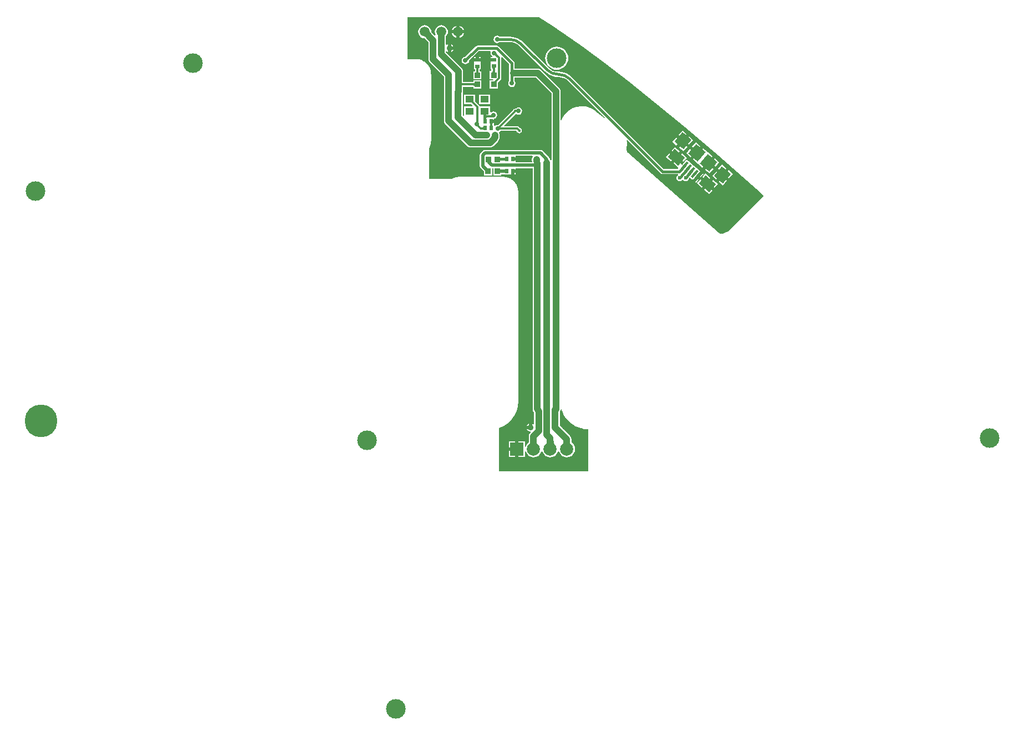
<source format=gbl>
G04*
G04 #@! TF.GenerationSoftware,Altium Limited,Altium Designer,18.1.7 (191)*
G04*
G04 Layer_Physical_Order=2*
G04 Layer_Color=16711680*
%FSLAX42Y42*%
%MOMM*%
G71*
G01*
G75*
%ADD28C,0.40*%
%ADD29C,0.30*%
%ADD32R,0.65X0.50*%
%ADD33R,0.50X0.65*%
%ADD34C,0.70*%
%ADD35C,3.00*%
%ADD36C,5.00*%
%ADD37C,2.00*%
%ADD38R,2.00X2.00*%
%ADD39C,1.50*%
%ADD40C,0.90*%
%ADD41C,0.60*%
%ADD42C,0.70*%
%ADD43C,0.40*%
%ADD44P,2.69X4X364.5*%
G04:AMPARAMS|DCode=45|XSize=1.8mm|YSize=1.9mm|CornerRadius=0mm|HoleSize=0mm|Usage=FLASHONLY|Rotation=319.500|XOffset=0mm|YOffset=0mm|HoleType=Round|Shape=Rectangle|*
%AMROTATEDRECTD45*
4,1,4,-1.30,-0.14,-0.07,1.31,1.30,0.14,0.07,-1.31,-1.30,-0.14,0.0*
%
%ADD45ROTATEDRECTD45*%

G04:AMPARAMS|DCode=46|XSize=2.1mm|YSize=1.6mm|CornerRadius=0mm|HoleSize=0mm|Usage=FLASHONLY|Rotation=319.500|XOffset=0mm|YOffset=0mm|HoleType=Round|Shape=Rectangle|*
%AMROTATEDRECTD46*
4,1,4,-1.32,0.07,-0.28,1.29,1.32,-0.07,0.28,-1.29,-1.32,0.07,0.0*
%
%ADD46ROTATEDRECTD46*%

G04:AMPARAMS|DCode=47|XSize=0.4mm|YSize=1.35mm|CornerRadius=0mm|HoleSize=0mm|Usage=FLASHONLY|Rotation=319.500|XOffset=0mm|YOffset=0mm|HoleType=Round|Shape=Rectangle|*
%AMROTATEDRECTD47*
4,1,4,-0.59,-0.38,0.29,0.64,0.59,0.38,-0.29,-0.64,-0.59,-0.38,0.0*
%
%ADD47ROTATEDRECTD47*%

%ADD48R,0.85X0.85*%
%ADD49R,1.30X1.10*%
%ADD50R,0.85X0.85*%
%ADD51C,1.00*%
%ADD52C,0.50*%
G36*
X7996Y10756D02*
X7997Y10755D01*
X7999Y10755D01*
X8001Y10754D01*
X8003Y10754D01*
X8006Y10753D01*
X8012Y10753D01*
X8020Y10753D01*
Y10712D01*
X8016Y10712D01*
X8006Y10712D01*
X8003Y10711D01*
X8001Y10711D01*
X7999Y10710D01*
X7997Y10710D01*
X7996Y10709D01*
X7995Y10708D01*
Y10757D01*
X7996Y10756D01*
D02*
G37*
G36*
X7960Y10522D02*
X7960Y10519D01*
X7961Y10517D01*
X7962Y10514D01*
X7963Y10511D01*
X7965Y10509D01*
X7966Y10506D01*
X7968Y10504D01*
X7970Y10501D01*
X7973Y10498D01*
X7952Y10477D01*
X7949Y10480D01*
X7946Y10482D01*
X7944Y10484D01*
X7941Y10485D01*
X7939Y10487D01*
X7936Y10488D01*
X7933Y10489D01*
X7931Y10490D01*
X7928Y10490D01*
X7925Y10490D01*
X7960Y10525D01*
X7960Y10522D01*
D02*
G37*
G36*
X7534Y10431D02*
X7532Y10428D01*
X7525Y10421D01*
X7524Y10419D01*
X7522Y10417D01*
X7521Y10415D01*
X7521Y10413D01*
X7520Y10412D01*
X7520Y10410D01*
X7485Y10445D01*
X7487Y10445D01*
X7488Y10446D01*
X7490Y10446D01*
X7492Y10447D01*
X7494Y10449D01*
X7496Y10450D01*
X7501Y10454D01*
X7506Y10459D01*
X7534Y10431D01*
D02*
G37*
G36*
X7945Y10298D02*
X7942Y10297D01*
X7940Y10296D01*
X7938Y10294D01*
X7936Y10291D01*
X7935Y10288D01*
X7934Y10284D01*
X7933Y10279D01*
X7933Y10274D01*
X7932Y10268D01*
X7903D01*
X7902Y10274D01*
X7902Y10279D01*
X7901Y10284D01*
X7900Y10287D01*
X7899Y10291D01*
X7897Y10293D01*
X7895Y10296D01*
X7893Y10297D01*
X7891Y10298D01*
X7888Y10298D01*
X7947Y10299D01*
X7945Y10298D01*
D02*
G37*
G36*
X7933Y10251D02*
X7933Y10246D01*
X7934Y10242D01*
X7935Y10238D01*
X7936Y10234D01*
X7938Y10232D01*
X7940Y10230D01*
X7942Y10228D01*
X7945Y10227D01*
X7947Y10227D01*
X7888D01*
X7890Y10227D01*
X7893Y10228D01*
X7895Y10230D01*
X7897Y10232D01*
X7899Y10234D01*
X7900Y10238D01*
X7901Y10242D01*
X7902Y10246D01*
X7902Y10251D01*
X7903Y10257D01*
X7932D01*
X7933Y10251D01*
D02*
G37*
G36*
X8215Y10106D02*
X8216Y10096D01*
X8216Y10093D01*
X8217Y10091D01*
X8217Y10089D01*
X8218Y10087D01*
X8219Y10086D01*
X8219Y10085D01*
X8171D01*
X8171Y10086D01*
X8172Y10087D01*
X8173Y10089D01*
X8173Y10091D01*
X8174Y10093D01*
X8174Y10096D01*
X8175Y10102D01*
X8175Y10109D01*
X8215D01*
X8215Y10106D01*
D02*
G37*
G36*
X8515Y8939D02*
X8513Y8937D01*
X8504Y8921D01*
X8500Y8903D01*
X8500Y8884D01*
X8504Y8863D01*
X8495Y8853D01*
X8253D01*
Y8876D01*
X8208D01*
Y8926D01*
X8253D01*
Y8952D01*
X8509D01*
X8515Y8939D01*
D02*
G37*
G36*
X8790Y10950D02*
X8980Y10823D01*
X9283Y10611D01*
X9615Y10367D01*
X9979Y10086D01*
X10384Y9762D01*
X10840Y9385D01*
X11347Y8952D01*
X11928Y8443D01*
X12035Y8348D01*
X12035Y8335D01*
X11493Y7793D01*
X11479Y7790D01*
X11477Y7789D01*
X11473Y7788D01*
X11436Y7772D01*
X11436Y7772D01*
X11420Y7765D01*
X11406Y7762D01*
X11392Y7762D01*
X11378Y7765D01*
X11365Y7770D01*
X11352Y7780D01*
X9969Y8995D01*
X9957Y9007D01*
X9950Y9021D01*
X9945Y9036D01*
X9944Y9051D01*
X9947Y9070D01*
X9947Y9070D01*
X9947Y9071D01*
X9955Y9124D01*
X9954Y9128D01*
X9955Y9131D01*
X9950Y9175D01*
X9949Y9178D01*
X9948Y9181D01*
X9947Y9185D01*
X9958Y9192D01*
X10466Y8684D01*
X10466Y8684D01*
X10479Y8675D01*
X10495Y8672D01*
X10730D01*
X10734Y8659D01*
X10721Y8651D01*
X10710Y8635D01*
X10707Y8615D01*
X10710Y8595D01*
X10721Y8579D01*
X10738Y8568D01*
X10757Y8564D01*
X10777Y8568D01*
X10794Y8579D01*
X10797Y8584D01*
X10809D01*
X10814Y8577D01*
X10830Y8566D01*
X10850Y8562D01*
X10870Y8566D01*
X10886Y8577D01*
X10897Y8593D01*
X10900Y8610D01*
X10905Y8615D01*
X10918Y8617D01*
X10947Y8591D01*
X10947Y8591D01*
X10958Y8582D01*
X11015Y8648D01*
X11072Y8715D01*
X11072Y8715D01*
X11072Y8715D01*
X11011Y8767D01*
X11011Y8767D01*
X10973Y8799D01*
X10973Y8799D01*
X10924Y8841D01*
X10924Y8841D01*
X10863Y8893D01*
X10810Y8831D01*
X10808Y8830D01*
X10793Y8815D01*
X10784Y8824D01*
X10787Y8827D01*
X10711Y8892D01*
X10662Y8835D01*
X10732Y8776D01*
X10733Y8762D01*
X10726Y8753D01*
X10512D01*
X9113Y10152D01*
X9113Y10152D01*
X9078Y10182D01*
X9039Y10206D01*
X8996Y10224D01*
X8951Y10235D01*
X8905Y10238D01*
Y10238D01*
X8892Y10239D01*
X8863Y10242D01*
X8823Y10254D01*
X8787Y10274D01*
X8764Y10292D01*
X8755Y10300D01*
X8755Y10300D01*
X8368Y10687D01*
X8368Y10687D01*
X8333Y10717D01*
X8294Y10741D01*
X8251Y10759D01*
X8206Y10770D01*
X8160Y10773D01*
Y10773D01*
X8011D01*
X8008Y10773D01*
X8007Y10774D01*
X7991Y10784D01*
X7970Y10789D01*
X7949Y10784D01*
X7930Y10772D01*
X7918Y10754D01*
X7914Y10732D01*
X7918Y10711D01*
X7930Y10693D01*
X7949Y10681D01*
X7970Y10676D01*
X7991Y10681D01*
X8007Y10691D01*
X8008Y10691D01*
X8011Y10692D01*
X8160D01*
X8162Y10692D01*
X8201Y10688D01*
X8242Y10676D01*
X8279Y10656D01*
X8310Y10631D01*
X8311Y10629D01*
X8688Y10252D01*
X8697Y10243D01*
X8697Y10243D01*
X8732Y10213D01*
X8771Y10189D01*
X8814Y10171D01*
X8859Y10160D01*
X8905Y10157D01*
Y10157D01*
X8917Y10156D01*
X8946Y10153D01*
X8987Y10141D01*
X9024Y10121D01*
X9055Y10096D01*
X9056Y10094D01*
X9614Y9536D01*
X9605Y9527D01*
X9474Y9636D01*
X9472Y9637D01*
X9471Y9638D01*
X9425Y9669D01*
X9422Y9671D01*
X9420Y9672D01*
X9368Y9695D01*
X9365Y9695D01*
X9362Y9696D01*
X9307Y9709D01*
X9304Y9709D01*
X9301Y9709D01*
X9245Y9711D01*
X9242Y9711D01*
X9239Y9711D01*
X9184Y9702D01*
X9181Y9701D01*
X9178Y9701D01*
X9125Y9681D01*
X9122Y9680D01*
X9120Y9679D01*
X9071Y9650D01*
X9069Y9648D01*
X9066Y9647D01*
X9024Y9609D01*
X9022Y9607D01*
X9020Y9605D01*
X8986Y9561D01*
X8984Y9558D01*
X8982Y9556D01*
X8957Y9506D01*
X8956Y9503D01*
X8955Y9500D01*
X8953Y9495D01*
X8941Y9497D01*
X8941Y9937D01*
X8938Y9956D01*
X8931Y9973D01*
X8920Y9987D01*
X8640Y10267D01*
X8625Y10279D01*
X8608Y10286D01*
X8590Y10288D01*
X8236D01*
Y10367D01*
X8236Y10367D01*
X8233Y10382D01*
X8224Y10396D01*
X8224Y10396D01*
X7993Y10626D01*
X7980Y10635D01*
X7964Y10638D01*
X7964Y10638D01*
X7673D01*
X7672Y10638D01*
X7657Y10635D01*
X7644Y10626D01*
X7485Y10468D01*
X7483Y10466D01*
X7482Y10466D01*
X7464Y10462D01*
X7445Y10450D01*
X7433Y10431D01*
X7429Y10410D01*
X7433Y10389D01*
X7445Y10370D01*
X7464Y10358D01*
X7485Y10354D01*
X7506Y10358D01*
X7525Y10370D01*
X7537Y10389D01*
X7541Y10407D01*
X7541Y10408D01*
X7543Y10410D01*
X7689Y10557D01*
X7866D01*
X7873Y10544D01*
X7869Y10525D01*
X7873Y10504D01*
X7885Y10485D01*
X7898Y10477D01*
X7895Y10464D01*
X7868D01*
Y10444D01*
X7920D01*
Y10394D01*
X7868D01*
Y10374D01*
X7868D01*
Y10368D01*
X7868D01*
Y10299D01*
X7867Y10298D01*
X7868Y10298D01*
Y10278D01*
X7881D01*
X7882Y10277D01*
X7882Y10275D01*
Y10251D01*
X7882Y10249D01*
X7881Y10247D01*
X7855D01*
Y10122D01*
X7903D01*
X7909Y10110D01*
X7908Y10107D01*
X7855D01*
Y9982D01*
X7980D01*
Y10070D01*
X8023Y10112D01*
X8030Y10124D01*
X8033Y10138D01*
Y10453D01*
X8033Y10453D01*
X8045Y10459D01*
X8154Y10350D01*
Y10242D01*
X8152Y10236D01*
X8149Y10218D01*
X8152Y10199D01*
X8154Y10193D01*
Y10100D01*
X8154Y10098D01*
X8154Y10097D01*
X8143Y10081D01*
X8139Y10060D01*
X8143Y10038D01*
X8155Y10020D01*
X8174Y10008D01*
X8195Y10004D01*
X8216Y10008D01*
X8235Y10020D01*
X8247Y10038D01*
X8251Y10060D01*
X8247Y10081D01*
X8236Y10097D01*
X8236Y10098D01*
X8236Y10101D01*
Y10147D01*
X8561D01*
X8799Y9908D01*
X8799Y8891D01*
X8787Y8887D01*
X8780Y8895D01*
X8776Y8899D01*
X8773Y8915D01*
X8763Y8930D01*
X8663Y9030D01*
X8648Y9040D01*
X8630Y9043D01*
X7782D01*
X7765Y9040D01*
X7750Y9030D01*
X7717Y8997D01*
X7707Y8982D01*
X7704Y8964D01*
Y8798D01*
X7707Y8780D01*
X7717Y8765D01*
X7769Y8713D01*
Y8653D01*
X7894D01*
Y8762D01*
X7910D01*
Y8653D01*
X8035D01*
Y8669D01*
X8067D01*
Y8663D01*
X8150D01*
X8157Y8663D01*
Y8663D01*
X8163D01*
Y8663D01*
X8183D01*
Y8715D01*
X8208D01*
Y8740D01*
X8253D01*
Y8762D01*
X8513D01*
Y5083D01*
X8514Y5082D01*
X8513Y5081D01*
X8515Y5074D01*
X8514Y5071D01*
X8514Y5070D01*
X8514Y5069D01*
X8516Y5059D01*
X8518Y5050D01*
X8518Y5049D01*
X8518Y5048D01*
X8524Y5040D01*
X8529Y5031D01*
X8530Y5030D01*
X8530Y5030D01*
X8534Y5026D01*
Y4856D01*
X8522Y4850D01*
X8513Y4857D01*
X8505Y4860D01*
Y4800D01*
X8480D01*
Y4775D01*
X8420D01*
X8423Y4767D01*
X8434Y4754D01*
X8447Y4743D01*
X8463Y4737D01*
X8477Y4735D01*
X8483Y4723D01*
X8476Y4716D01*
X8465Y4701D01*
X8458Y4684D01*
X8455Y4666D01*
Y4573D01*
X8437Y4559D01*
X8417Y4533D01*
X8404Y4503D01*
X8392Y4505D01*
Y4590D01*
X8297D01*
Y4470D01*
Y4350D01*
X8392D01*
Y4435D01*
X8404Y4437D01*
X8417Y4407D01*
X8437Y4381D01*
X8463Y4361D01*
X8493Y4348D01*
X8526Y4344D01*
X8559Y4348D01*
X8589Y4361D01*
X8615Y4381D01*
X8635Y4407D01*
X8646Y4434D01*
X8646Y4434D01*
X8660D01*
X8660Y4434D01*
X8671Y4407D01*
X8691Y4381D01*
X8717Y4361D01*
X8747Y4348D01*
X8780Y4344D01*
X8813Y4348D01*
X8843Y4361D01*
X8869Y4381D01*
X8889Y4407D01*
X8900Y4434D01*
X8901Y4434D01*
X8914D01*
X8914Y4434D01*
X8925Y4407D01*
X8945Y4381D01*
X8971Y4361D01*
X9001Y4348D01*
X9034Y4344D01*
X9067Y4348D01*
X9097Y4361D01*
X9123Y4381D01*
X9143Y4407D01*
X9156Y4437D01*
X9160Y4470D01*
X9156Y4503D01*
X9143Y4533D01*
X9123Y4559D01*
X9105Y4573D01*
Y4621D01*
X9102Y4639D01*
X9095Y4656D01*
X9084Y4671D01*
X8926Y4829D01*
Y5037D01*
X8931Y5045D01*
X8938Y5062D01*
X8940Y5073D01*
X8953Y5074D01*
X8958Y5055D01*
X8959Y5053D01*
X8959Y5050D01*
X8989Y4987D01*
X8990Y4985D01*
X8992Y4982D01*
X9032Y4925D01*
X9033Y4923D01*
X9035Y4921D01*
X9084Y4872D01*
X9086Y4870D01*
X9088Y4869D01*
X9145Y4829D01*
X9148Y4827D01*
X9150Y4826D01*
X9213Y4796D01*
X9216Y4796D01*
X9218Y4795D01*
X9286Y4777D01*
X9288Y4776D01*
X9291Y4776D01*
X9360Y4770D01*
X9363Y4757D01*
Y4131D01*
X8000D01*
Y4792D01*
X8008Y4795D01*
X8010Y4796D01*
X8013Y4796D01*
X8076Y4826D01*
X8078Y4827D01*
X8081Y4829D01*
X8138Y4869D01*
X8139Y4870D01*
X8142Y4872D01*
X8191Y4921D01*
X8193Y4923D01*
X8194Y4925D01*
X8234Y4982D01*
X8236Y4985D01*
X8237Y4987D01*
X8267Y5050D01*
X8267Y5053D01*
X8268Y5055D01*
X8286Y5123D01*
X8287Y5125D01*
X8287Y5128D01*
X8293Y5197D01*
X8293Y5199D01*
X8294Y5200D01*
Y8400D01*
X8293Y8402D01*
X8293Y8403D01*
X8288Y8448D01*
X8287Y8451D01*
X8287Y8455D01*
X8272Y8497D01*
X8270Y8500D01*
X8269Y8503D01*
X8245Y8541D01*
X8243Y8543D01*
X8241Y8546D01*
X8209Y8578D01*
X8206Y8580D01*
X8204Y8582D01*
X8166Y8606D01*
X8163Y8607D01*
X8160Y8609D01*
X8118Y8624D01*
X8114Y8624D01*
X8111Y8625D01*
X8066Y8630D01*
X8065Y8630D01*
X8063Y8631D01*
X7395D01*
X7394Y8630D01*
X7392Y8630D01*
X7346Y8625D01*
X7342Y8624D01*
X7339Y8623D01*
X7295Y8608D01*
X7292Y8606D01*
X7289Y8604D01*
X7282Y8600D01*
X6930D01*
Y9068D01*
X6938Y9082D01*
X6939Y9085D01*
X6941Y9088D01*
X6954Y9129D01*
X6955Y9132D01*
X6956Y9135D01*
X6960Y9177D01*
X6960Y9179D01*
X6961Y9181D01*
Y10200D01*
X6960Y10202D01*
X6960Y10203D01*
X6955Y10248D01*
X6954Y10251D01*
X6954Y10255D01*
X6939Y10297D01*
X6937Y10300D01*
X6936Y10303D01*
X6912Y10341D01*
X6910Y10343D01*
X6908Y10346D01*
X6876Y10378D01*
X6873Y10380D01*
X6871Y10382D01*
X6833Y10406D01*
X6830Y10407D01*
X6827Y10409D01*
X6785Y10424D01*
X6781Y10424D01*
X6778Y10425D01*
X6733Y10430D01*
X6732Y10430D01*
X6730Y10431D01*
X6600D01*
Y11069D01*
X8604D01*
X8790Y10950D01*
D02*
G37*
G36*
X8830Y4606D02*
X8832Y4586D01*
X8833Y4578D01*
X8835Y4570D01*
X8837Y4563D01*
X8840Y4556D01*
X8843Y4551D01*
X8846Y4546D01*
X8850Y4541D01*
X8710D01*
X8714Y4546D01*
X8717Y4551D01*
X8720Y4556D01*
X8723Y4563D01*
X8725Y4570D01*
X8727Y4578D01*
X8728Y4586D01*
X8729Y4596D01*
X8730Y4617D01*
X8830D01*
X8830Y4606D01*
D02*
G37*
%LPC*%
G36*
X7396Y10940D02*
Y10873D01*
X7464D01*
X7454Y10896D01*
X7439Y10916D01*
X7419Y10931D01*
X7396Y10940D01*
D02*
G37*
G36*
X7346D02*
X7324Y10931D01*
X7304Y10916D01*
X7289Y10896D01*
X7279Y10873D01*
X7346D01*
Y10940D01*
D02*
G37*
G36*
X7118Y10949D02*
X7091Y10945D01*
X7067Y10935D01*
X7046Y10919D01*
X7030Y10898D01*
X7020Y10874D01*
X7017Y10848D01*
X7020Y10822D01*
X7029Y10800D01*
X7018Y10793D01*
X6964Y10847D01*
X6964Y10848D01*
X6961Y10874D01*
X6951Y10898D01*
X6935Y10919D01*
X6914Y10935D01*
X6890Y10945D01*
X6864Y10949D01*
X6837Y10945D01*
X6813Y10935D01*
X6792Y10919D01*
X6776Y10898D01*
X6766Y10874D01*
X6763Y10848D01*
X6766Y10822D01*
X6776Y10797D01*
X6792Y10777D01*
X6813Y10761D01*
X6837Y10750D01*
X6864Y10747D01*
X6864Y10747D01*
X6922Y10690D01*
Y10600D01*
Y10430D01*
X6924Y10412D01*
X6931Y10395D01*
X6943Y10380D01*
X7159Y10163D01*
Y9485D01*
X7162Y9467D01*
X7169Y9450D01*
X7180Y9435D01*
X7513Y9103D01*
X7527Y9091D01*
X7544Y9084D01*
X7562Y9082D01*
X7850D01*
X7854Y9082D01*
X7863D01*
X7881Y9085D01*
X7898Y9092D01*
X7913Y9103D01*
X7980Y9170D01*
X7992Y9185D01*
X7999Y9202D01*
X8000Y9211D01*
X8003Y9219D01*
X8006Y9237D01*
Y9268D01*
X8003Y9286D01*
X7996Y9302D01*
X7996Y9305D01*
X7999Y9314D01*
X8002Y9317D01*
X8019Y9328D01*
X8022Y9332D01*
X8262D01*
X8269Y9325D01*
X8270Y9322D01*
X8279Y9308D01*
X8292Y9300D01*
X8308Y9296D01*
X8323Y9300D01*
X8337Y9308D01*
X8345Y9322D01*
X8349Y9337D01*
X8345Y9353D01*
X8337Y9366D01*
X8323Y9375D01*
X8320Y9376D01*
X8302Y9393D01*
X8291Y9401D01*
X8277Y9404D01*
X8082D01*
X8077Y9415D01*
X8259Y9597D01*
X8276Y9585D01*
X8297Y9581D01*
X8319Y9585D01*
X8337Y9598D01*
X8349Y9616D01*
X8354Y9637D01*
X8349Y9659D01*
X8337Y9677D01*
X8319Y9689D01*
X8297Y9693D01*
X8276Y9689D01*
X8258Y9677D01*
X8255Y9673D01*
X8254Y9673D01*
X8247D01*
X8234Y9670D01*
X8222Y9662D01*
X8220Y9659D01*
X7984Y9423D01*
X7980Y9424D01*
X7958Y9420D01*
X7940Y9408D01*
X7938Y9404D01*
X7925Y9408D01*
Y9430D01*
X7923Y9430D01*
Y9458D01*
X7878D01*
Y9508D01*
X7923D01*
Y9521D01*
X7936Y9523D01*
X7955Y9535D01*
X7967Y9554D01*
X7971Y9575D01*
X7967Y9596D01*
X7955Y9615D01*
X7936Y9627D01*
X7915Y9631D01*
X7894Y9627D01*
X7878Y9616D01*
X7865Y9620D01*
Y9710D01*
X7699D01*
X7698Y9714D01*
X7690Y9725D01*
X7635Y9780D01*
Y9890D01*
X7465D01*
Y9740D01*
X7575D01*
X7593Y9722D01*
X7588Y9710D01*
X7465D01*
X7465Y9570D01*
X7453Y9565D01*
X7446Y9571D01*
Y9915D01*
X7446Y9915D01*
X7448Y9933D01*
Y10007D01*
X7602D01*
X7604Y10007D01*
X7605Y10006D01*
Y9980D01*
X7730D01*
Y10105D01*
X7605D01*
Y10079D01*
X7604Y10078D01*
X7602Y10078D01*
X7448D01*
Y10243D01*
X7446Y10261D01*
X7439Y10278D01*
X7427Y10293D01*
X7188Y10532D01*
Y10544D01*
X7201Y10550D01*
X7210Y10543D01*
X7218Y10540D01*
Y10600D01*
Y10660D01*
X7210Y10657D01*
X7201Y10650D01*
X7188Y10656D01*
Y10763D01*
X7188Y10776D01*
X7189Y10777D01*
X7205Y10797D01*
X7215Y10822D01*
X7218Y10848D01*
X7215Y10874D01*
X7205Y10898D01*
X7189Y10919D01*
X7168Y10935D01*
X7144Y10945D01*
X7118Y10949D01*
D02*
G37*
G36*
X7464Y10823D02*
X7396D01*
Y10755D01*
X7419Y10765D01*
X7439Y10780D01*
X7454Y10800D01*
X7464Y10823D01*
D02*
G37*
G36*
X7346D02*
X7279D01*
X7289Y10800D01*
X7304Y10780D01*
X7324Y10765D01*
X7346Y10755D01*
Y10823D01*
D02*
G37*
G36*
X7268Y10660D02*
Y10625D01*
X7303D01*
X7299Y10633D01*
X7289Y10646D01*
X7275Y10657D01*
X7268Y10660D01*
D02*
G37*
G36*
X7303Y10575D02*
X7268D01*
Y10540D01*
X7275Y10543D01*
X7289Y10554D01*
X7299Y10567D01*
X7303Y10575D01*
D02*
G37*
G36*
X7720Y10461D02*
X7693D01*
Y10441D01*
X7720D01*
Y10461D01*
D02*
G37*
G36*
X7643D02*
X7615D01*
Y10441D01*
X7643D01*
Y10461D01*
D02*
G37*
G36*
X8880Y10619D02*
X8846Y10616D01*
X8813Y10606D01*
X8782Y10589D01*
X8756Y10568D01*
X8734Y10541D01*
X8718Y10511D01*
X8708Y10478D01*
X8704Y10443D01*
X8708Y10409D01*
X8718Y10376D01*
X8734Y10346D01*
X8756Y10319D01*
X8782Y10297D01*
X8813Y10281D01*
X8846Y10271D01*
X8880Y10267D01*
X8914Y10271D01*
X8947Y10281D01*
X8978Y10297D01*
X9004Y10319D01*
X9026Y10346D01*
X9042Y10376D01*
X9052Y10409D01*
X9056Y10443D01*
X9052Y10478D01*
X9042Y10511D01*
X9026Y10541D01*
X9004Y10568D01*
X8978Y10589D01*
X8947Y10606D01*
X8914Y10616D01*
X8880Y10619D01*
D02*
G37*
G36*
X7720Y10391D02*
X7668D01*
X7615D01*
Y10378D01*
X7615Y10371D01*
X7615Y10359D01*
Y10275D01*
X7631D01*
X7632Y10274D01*
X7632Y10272D01*
Y10248D01*
X7632Y10246D01*
X7631Y10245D01*
X7605D01*
Y10120D01*
X7730D01*
Y10245D01*
X7704D01*
X7703Y10246D01*
X7703Y10248D01*
Y10272D01*
X7703Y10274D01*
X7704Y10275D01*
X7720D01*
Y10359D01*
X7720Y10365D01*
X7720Y10378D01*
Y10391D01*
D02*
G37*
G36*
X7865Y9890D02*
X7695D01*
Y9740D01*
X7865D01*
Y9890D01*
D02*
G37*
G36*
X10796Y9339D02*
X10738Y9270D01*
X10802Y9215D01*
X10861Y9283D01*
X10796Y9339D01*
D02*
G37*
G36*
X10899Y9251D02*
X10840Y9183D01*
X10905Y9127D01*
X10963Y9196D01*
X10899Y9251D01*
D02*
G37*
G36*
X10705Y9232D02*
X10647Y9164D01*
X10711Y9109D01*
X10770Y9177D01*
X10705Y9232D01*
D02*
G37*
G36*
X11005Y9160D02*
X10947Y9092D01*
X11015Y9033D01*
X11074Y9102D01*
X11005Y9160D01*
D02*
G37*
G36*
X10808Y9145D02*
X10749Y9076D01*
X10814Y9021D01*
X10873Y9089D01*
X10808Y9145D01*
D02*
G37*
G36*
X10678Y9085D02*
X10629Y9028D01*
X10705Y8963D01*
X10754Y9020D01*
X10678Y9085D01*
D02*
G37*
G36*
X10914Y9054D02*
X10856Y8985D01*
X10924Y8927D01*
X10983Y8995D01*
X10914Y9054D01*
D02*
G37*
G36*
X10597Y8990D02*
X10548Y8933D01*
X10624Y8868D01*
X10673Y8925D01*
X10597Y8990D01*
D02*
G37*
G36*
X10792Y8987D02*
X10743Y8930D01*
X10819Y8865D01*
X10868Y8922D01*
X10792Y8987D01*
D02*
G37*
G36*
X11294Y8913D02*
X11236Y8845D01*
X11304Y8786D01*
X11363Y8855D01*
X11294Y8913D01*
D02*
G37*
G36*
X11112Y9069D02*
X11037Y8982D01*
X10962Y8894D01*
X11029Y8838D01*
X11038Y8829D01*
X11040Y8828D01*
X11107Y8771D01*
X11182Y8858D01*
X11256Y8946D01*
X11190Y9002D01*
X11180Y9011D01*
X11178Y9012D01*
X11112Y9069D01*
D02*
G37*
G36*
X11404Y8819D02*
X11346Y8751D01*
X11411Y8695D01*
X11469Y8764D01*
X11404Y8819D01*
D02*
G37*
G36*
X11203Y8807D02*
X11145Y8738D01*
X11213Y8680D01*
X11272Y8748D01*
X11203Y8807D01*
D02*
G37*
G36*
X8253Y8690D02*
X8233D01*
Y8663D01*
X8253D01*
Y8690D01*
D02*
G37*
G36*
X11110Y8682D02*
X11070Y8635D01*
X11081Y8625D01*
X11122Y8673D01*
X11110Y8682D01*
D02*
G37*
G36*
X11507Y8731D02*
X11449Y8663D01*
X11513Y8608D01*
X11572Y8676D01*
X11507Y8731D01*
D02*
G37*
G36*
X11314Y8713D02*
X11255Y8644D01*
X11320Y8589D01*
X11378Y8657D01*
X11314Y8713D01*
D02*
G37*
G36*
X11149Y8682D02*
X11101Y8625D01*
X11177Y8560D01*
X11225Y8617D01*
X11149Y8682D01*
D02*
G37*
G36*
X11037Y8597D02*
X10996Y8549D01*
X11008Y8540D01*
X11048Y8587D01*
X11037Y8597D01*
D02*
G37*
G36*
X11416Y8625D02*
X11358Y8557D01*
X11422Y8501D01*
X11481Y8570D01*
X11416Y8625D01*
D02*
G37*
G36*
X11068Y8587D02*
X11019Y8530D01*
X11095Y8465D01*
X11144Y8522D01*
X11068Y8587D01*
D02*
G37*
G36*
X11263Y8585D02*
X11215Y8528D01*
X11291Y8463D01*
X11339Y8520D01*
X11263Y8585D01*
D02*
G37*
G36*
X11182Y8490D02*
X11133Y8433D01*
X11210Y8368D01*
X11258Y8425D01*
X11182Y8490D01*
D02*
G37*
G36*
X8455Y4860D02*
X8447Y4857D01*
X8434Y4846D01*
X8423Y4833D01*
X8420Y4825D01*
X8455D01*
Y4860D01*
D02*
G37*
G36*
X8247Y4590D02*
X8152D01*
Y4495D01*
X8247D01*
Y4590D01*
D02*
G37*
G36*
Y4445D02*
X8152D01*
Y4350D01*
X8247D01*
Y4445D01*
D02*
G37*
%LPD*%
G36*
X7170Y10793D02*
X7169Y10792D01*
X7169Y10789D01*
X7168Y10781D01*
X7168Y10756D01*
X7168Y10747D01*
X7068D01*
X7065Y10794D01*
X7170D01*
X7170Y10793D01*
D02*
G37*
G36*
X7393Y10173D02*
X7396Y10128D01*
X7398Y10116D01*
X7400Y10106D01*
X7402Y10097D01*
X7406Y10089D01*
X7409Y10083D01*
X7413Y10078D01*
X7342D01*
X7346Y10083D01*
X7349Y10089D01*
X7353Y10097D01*
X7355Y10106D01*
X7357Y10116D01*
X7359Y10128D01*
X7362Y10156D01*
X7362Y10190D01*
X7393D01*
X7393Y10173D01*
D02*
G37*
G36*
X7626Y10012D02*
X7625Y10015D01*
X7624Y10018D01*
X7623Y10020D01*
X7621Y10022D01*
X7618Y10024D01*
X7615Y10025D01*
X7611Y10026D01*
X7606Y10027D01*
X7601Y10027D01*
X7595Y10028D01*
Y10057D01*
X7601Y10058D01*
X7606Y10058D01*
X7611Y10059D01*
X7615Y10060D01*
X7618Y10061D01*
X7621Y10063D01*
X7623Y10065D01*
X7624Y10067D01*
X7625Y10070D01*
X7626Y10072D01*
Y10012D01*
D02*
G37*
G36*
X8267Y9620D02*
X8267Y9620D01*
X8266Y9621D01*
X8265Y9621D01*
X8263Y9621D01*
X8262Y9622D01*
X8257Y9622D01*
X8251Y9622D01*
X8247Y9622D01*
Y9652D01*
X8251Y9652D01*
X8263Y9653D01*
X8265Y9653D01*
X8266Y9654D01*
X8267Y9654D01*
X8267Y9655D01*
Y9620D01*
D02*
G37*
G36*
X7908Y9541D02*
X7867Y9538D01*
X7860Y9568D01*
X7864Y9568D01*
X7867Y9568D01*
X7870Y9568D01*
X7872Y9569D01*
X7875Y9570D01*
X7876Y9571D01*
X7878Y9572D01*
X7879Y9574D01*
X7880Y9576D01*
X7880Y9578D01*
X7908Y9541D01*
D02*
G37*
G36*
X7795Y9592D02*
X7796Y9587D01*
X7798Y9582D01*
X7799Y9581D01*
X7808D01*
X7805Y9580D01*
X7803Y9579D01*
X7801Y9578D01*
X7801Y9577D01*
X7803Y9575D01*
X7806Y9572D01*
X7810Y9570D01*
X7814Y9569D01*
X7819Y9568D01*
X7825Y9568D01*
Y9538D01*
X7819Y9537D01*
X7814Y9536D01*
X7810Y9535D01*
X7806Y9533D01*
X7803Y9530D01*
X7800Y9527D01*
X7798Y9523D01*
X7798Y9523D01*
X7799Y9520D01*
X7801Y9518D01*
X7802Y9516D01*
X7804Y9515D01*
X7807Y9515D01*
X7796D01*
X7795Y9513D01*
X7795Y9508D01*
X7790Y9515D01*
X7757D01*
X7759Y9515D01*
X7760Y9516D01*
X7761Y9518D01*
X7762Y9520D01*
X7763Y9523D01*
X7764Y9526D01*
X7764Y9530D01*
X7765Y9539D01*
X7765Y9545D01*
X7770D01*
X7765Y9553D01*
X7765Y9558D01*
X7764Y9563D01*
X7764Y9567D01*
X7763Y9570D01*
X7762Y9574D01*
X7760Y9576D01*
X7759Y9578D01*
X7757Y9579D01*
X7755Y9580D01*
X7752Y9581D01*
X7784D01*
X7795Y9597D01*
X7795Y9592D01*
D02*
G37*
G36*
X7680Y9491D02*
X7680Y9488D01*
X7680Y9484D01*
X7681Y9481D01*
X7681Y9478D01*
X7682Y9475D01*
X7683Y9472D01*
X7684Y9470D01*
X7686Y9467D01*
X7687Y9465D01*
X7689Y9463D01*
X7640Y9467D01*
X7642Y9469D01*
X7644Y9471D01*
X7645Y9473D01*
X7646Y9475D01*
X7647Y9478D01*
X7648Y9481D01*
X7649Y9484D01*
X7650Y9487D01*
X7650Y9490D01*
X7650Y9494D01*
X7680Y9491D01*
D02*
G37*
G36*
X7695Y9427D02*
X7695Y9424D01*
X7695Y9422D01*
X7695Y9419D01*
X7696Y9417D01*
X7697Y9414D01*
X7699Y9412D01*
X7700Y9409D01*
X7703Y9406D01*
X7705Y9404D01*
X7676Y9390D01*
X7674Y9393D01*
X7666Y9399D01*
X7664Y9401D01*
X7659Y9404D01*
X7657Y9405D01*
X7654Y9406D01*
X7652Y9407D01*
X7696Y9429D01*
X7695Y9427D01*
D02*
G37*
G36*
X7759Y9345D02*
X7759Y9348D01*
X7758Y9350D01*
X7757Y9352D01*
X7755Y9353D01*
X7752Y9354D01*
X7749Y9356D01*
X7745Y9356D01*
X7740Y9357D01*
X7735Y9357D01*
X7729Y9357D01*
Y9388D01*
X7735Y9388D01*
X7740Y9388D01*
X7745Y9389D01*
X7749Y9390D01*
X7752Y9391D01*
X7755Y9393D01*
X7757Y9395D01*
X7758Y9397D01*
X7759Y9400D01*
X7760Y9403D01*
X7759Y9345D01*
D02*
G37*
G36*
X7695Y10296D02*
X7692Y10295D01*
X7690Y10293D01*
X7688Y10291D01*
X7686Y10288D01*
X7685Y10285D01*
X7684Y10281D01*
X7683Y10277D01*
X7683Y10271D01*
X7682Y10266D01*
X7653D01*
X7652Y10271D01*
X7652Y10277D01*
X7651Y10281D01*
X7650Y10285D01*
X7649Y10288D01*
X7647Y10291D01*
X7645Y10293D01*
X7643Y10295D01*
X7640Y10296D01*
X7638Y10296D01*
X7697D01*
X7695Y10296D01*
D02*
G37*
G36*
X7683Y10249D02*
X7683Y10244D01*
X7684Y10239D01*
X7685Y10235D01*
X7686Y10232D01*
X7688Y10229D01*
X7690Y10227D01*
X7692Y10226D01*
X7695Y10225D01*
X7697Y10224D01*
X7638D01*
X7640Y10225D01*
X7643Y10226D01*
X7645Y10227D01*
X7647Y10229D01*
X7649Y10232D01*
X7650Y10235D01*
X7651Y10239D01*
X7652Y10244D01*
X7652Y10249D01*
X7653Y10255D01*
X7682D01*
X7683Y10249D01*
D02*
G37*
D28*
X8339Y10658D02*
G03*
X8160Y10732I-180J-180D01*
G01*
X8726Y10272D02*
G03*
X8905Y10197I179J179D01*
G01*
X9084Y10123D02*
G03*
X8905Y10197I-180J-180D01*
G01*
X8339Y10658D02*
X8726Y10272D01*
X9084Y10123D02*
X10495Y8713D01*
X7970Y10732D02*
X8160D01*
X10757Y8615D02*
X10886Y8759D01*
X10748Y8713D02*
X10837Y8801D01*
X10495Y8713D02*
X10748D01*
X10757Y8615D02*
X10764Y8623D01*
X10850Y8613D02*
X10935Y8716D01*
X7964Y10597D02*
X8195Y10367D01*
X7672Y10597D02*
X7964D01*
X7485Y10410D02*
X7672Y10597D01*
X7972Y8901D02*
X8112D01*
X8195Y10060D02*
Y10367D01*
D29*
X7912Y10053D02*
X7925D01*
X7880Y9378D02*
Y9481D01*
X7878Y9483D02*
X7880Y9481D01*
X8277Y9368D02*
X8308Y9337D01*
X7980Y9368D02*
X8277D01*
X8247Y9637D02*
X8297D01*
X8247Y9636D02*
Y9637D01*
X7980Y9368D02*
X8247Y9636D01*
X7550Y9635D02*
X7568D01*
X7665Y9443D02*
Y9700D01*
X7662Y9440D02*
X7665Y9443D01*
X7780Y9553D02*
Y9635D01*
Y9508D02*
Y9553D01*
X7893D02*
X7915Y9575D01*
X7780Y9553D02*
X7893D01*
X7779Y9372D02*
X7784Y9378D01*
X7715Y9372D02*
X7779D01*
X7662Y9425D02*
X7715Y9372D01*
X7662Y9425D02*
Y9440D01*
X7550Y9815D02*
X7665Y9700D01*
X7925Y10525D02*
X7997Y10453D01*
Y10138D02*
Y10453D01*
X7912Y10053D02*
X7997Y10138D01*
X7918Y10045D02*
X7925Y10053D01*
X7378Y10043D02*
Y10240D01*
Y10043D02*
X7668D01*
Y10182D02*
Y10320D01*
X7918Y10185D02*
Y10320D01*
X7779Y9507D02*
X7780Y9508D01*
D32*
X7668Y10320D02*
D03*
Y10416D02*
D03*
X7920Y10419D02*
D03*
Y10323D02*
D03*
D33*
X7880Y9378D02*
D03*
X7784D02*
D03*
X7878Y9483D02*
D03*
X7782D02*
D03*
X8208Y8715D02*
D03*
X8112D02*
D03*
Y8901D02*
D03*
X8208D02*
D03*
D34*
X8570Y5069D02*
X8584Y5083D01*
X8570Y5069D02*
X8592Y5047D01*
D35*
X5980Y4600D02*
D03*
X6420Y500D02*
D03*
X921Y8413D02*
D03*
X3327Y10368D02*
D03*
X8880Y10443D02*
D03*
X15491Y4635D02*
D03*
D36*
X1000Y4900D02*
D03*
D37*
X8780Y4470D02*
D03*
X8526D02*
D03*
X9034D02*
D03*
D38*
X8272D02*
D03*
D39*
X6864Y10848D02*
D03*
X7371D02*
D03*
X7118D02*
D03*
D40*
X8605Y4800D02*
D03*
X8480D02*
D03*
X8730D02*
D03*
X8855D02*
D03*
X7118Y10600D02*
D03*
X6993D02*
D03*
X7243D02*
D03*
D41*
X11700Y8400D02*
D03*
X11400D02*
D03*
X11550Y8100D02*
D03*
X11400Y7800D02*
D03*
X11100Y8400D02*
D03*
X11250Y8100D02*
D03*
X10800Y8400D02*
D03*
X10500Y9600D02*
D03*
X10650Y9300D02*
D03*
X10200Y9600D02*
D03*
X10350Y9300D02*
D03*
X10050Y9900D02*
D03*
X9600Y10200D02*
D03*
X9750Y9900D02*
D03*
X9300Y10200D02*
D03*
X9450Y9900D02*
D03*
X9300Y4200D02*
D03*
X9150Y10500D02*
D03*
Y9900D02*
D03*
X9000Y4800D02*
D03*
Y4200D02*
D03*
X8700Y10800D02*
D03*
Y4200D02*
D03*
X8400Y10800D02*
D03*
Y8400D02*
D03*
Y7800D02*
D03*
Y7200D02*
D03*
Y6600D02*
D03*
Y6000D02*
D03*
Y5400D02*
D03*
Y4200D02*
D03*
X8100Y4800D02*
D03*
Y4200D02*
D03*
X7800Y10800D02*
D03*
X7500D02*
D03*
X7350Y10500D02*
D03*
X7200Y9000D02*
D03*
X7350Y8700D02*
D03*
X7050Y9900D02*
D03*
Y9300D02*
D03*
Y8700D02*
D03*
X7568Y9943D02*
D03*
X8129Y9843D02*
D03*
X7793Y9943D02*
D03*
X8557Y9080D02*
D03*
X6752Y10556D02*
D03*
X8245Y9480D02*
D03*
X8637Y9762D02*
D03*
X7339Y9138D02*
D03*
X7622Y8866D02*
D03*
X10850Y8613D02*
D03*
X10757Y8615D02*
D03*
D42*
X8570Y8895D02*
D03*
X7815Y9268D02*
D03*
X7935Y9268D02*
D03*
X8297Y9637D02*
D03*
X7980Y9368D02*
D03*
X7970Y10732D02*
D03*
X8195Y10060D02*
D03*
X7485Y10410D02*
D03*
X7915Y9575D02*
D03*
X7662Y9440D02*
D03*
X7925Y10525D02*
D03*
X7230Y10193D02*
D03*
X8730Y8845D02*
D03*
D43*
X8308Y9337D02*
D03*
D44*
X11201Y8842D02*
D03*
X11018Y8998D02*
D03*
D45*
X10805Y9180D02*
D03*
X11413Y8660D02*
D03*
D46*
X10708Y8927D02*
D03*
X11179Y8525D02*
D03*
D47*
X11034Y8632D02*
D03*
X10985Y8674D02*
D03*
X10935Y8716D02*
D03*
X10886Y8759D02*
D03*
X10837Y8801D02*
D03*
D48*
X7668Y10182D02*
D03*
Y10043D02*
D03*
X7918Y10185D02*
D03*
Y10045D02*
D03*
D49*
X7780Y9635D02*
D03*
Y9815D02*
D03*
X7550D02*
D03*
Y9635D02*
D03*
D50*
X7832Y8715D02*
D03*
X7972D02*
D03*
X7835Y8897D02*
D03*
X7975D02*
D03*
D51*
X7118Y10600D02*
Y10848D01*
Y10503D02*
Y10600D01*
X7378Y10043D02*
Y10243D01*
Y9933D02*
Y10043D01*
X6993Y10600D02*
Y10719D01*
Y10430D02*
Y10600D01*
X8730Y8845D02*
X8730Y4800D01*
X8570Y8895D02*
X8584Y8807D01*
Y5083D02*
Y8807D01*
Y5083D02*
X8605Y5047D01*
Y4800D02*
Y5047D01*
X7863Y9153D02*
X7930Y9220D01*
Y9233D01*
X7851Y9153D02*
X7863D01*
X7850Y9153D02*
X7851Y9153D01*
X9034Y4470D02*
Y4621D01*
X8855Y4800D02*
X9034Y4621D01*
X8526Y4470D02*
Y4666D01*
X8605Y4745D01*
Y4800D01*
X8780Y4470D02*
Y4640D01*
X8730Y4690D02*
X8780Y4640D01*
X8730Y4690D02*
Y4800D01*
X8855D02*
Y5065D01*
X8870Y5080D01*
X8590Y10218D02*
X8870Y9937D01*
X8870Y5080D02*
X8870Y9937D01*
X7118Y10503D02*
X7378Y10243D01*
X6864Y10848D02*
X6993Y10719D01*
Y10430D02*
X7230Y10193D01*
X7646Y9268D02*
X7815D01*
X7935Y9237D02*
Y9268D01*
X7930Y9233D02*
X7935Y9237D01*
X7646Y9268D02*
X7646Y9268D01*
X8220Y10218D02*
X8590D01*
X7375Y9538D02*
X7646Y9268D01*
X7375Y9931D02*
X7378Y9933D01*
X7375Y9538D02*
Y9931D01*
X7230Y9485D02*
Y10193D01*
Y9485D02*
X7562Y9153D01*
X7850D01*
D52*
X7888Y8807D02*
X8584D01*
X7835Y8860D02*
X7888Y8807D01*
X7835Y8860D02*
Y8897D01*
X8630Y8997D02*
X8730Y8897D01*
X7782Y8997D02*
X8630D01*
X7750Y8964D02*
X7782Y8997D01*
X7750Y8798D02*
Y8964D01*
X8730Y8845D02*
Y8897D01*
X7750Y8798D02*
X7832Y8715D01*
X7972D02*
X8112D01*
M02*

</source>
